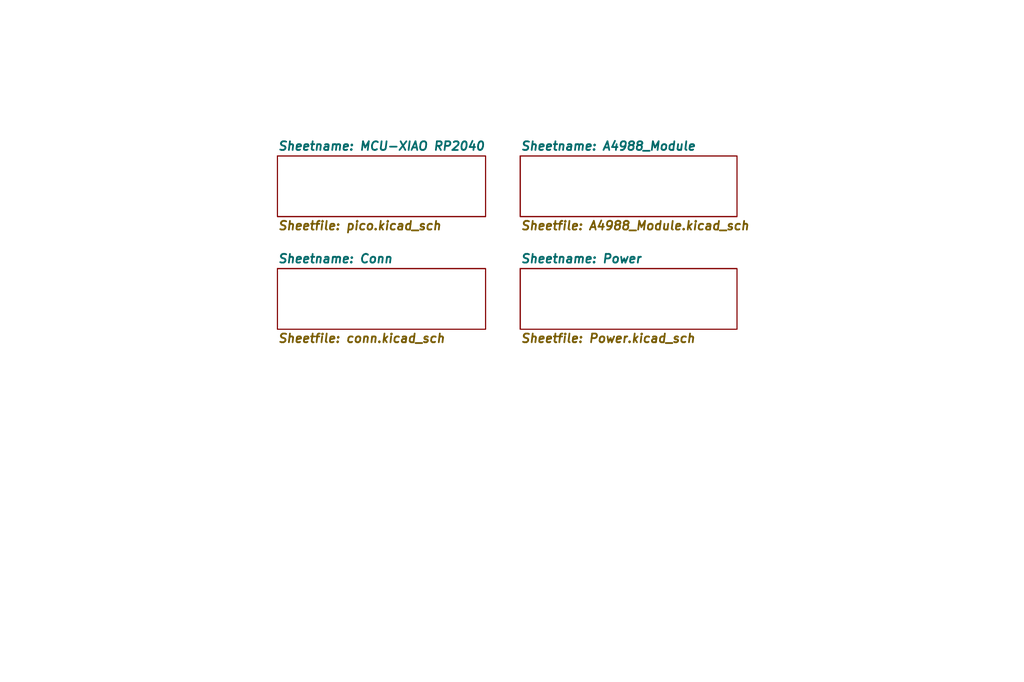
<source format=kicad_sch>
(kicad_sch (version 20230121) (generator eeschema)

  (uuid 67ad53b0-e724-4354-8add-ffbe056bca93)

  (paper "User" 150.012 99.9998)

  (title_block
    (date "2023-07-08")
  )

  (lib_symbols
  )


  (sheet (at 76.2 39.37) (size 31.75 8.89) (fields_autoplaced)
    (stroke (width 0.1524) (type solid))
    (fill (color 0 0 0 0.0000))
    (uuid 03c1781e-297b-49e1-8cb8-7d532072eddb)
    (property "Sheetname" "Power" (at 76.2 38.6584 0) (show_name)
      (effects (font (size 1.27 1.27) bold italic) (justify left bottom))
    )
    (property "Sheetfile" "Power.kicad_sch" (at 76.2 48.8446 0) (show_name)
      (effects (font (size 1.27 1.27) bold italic) (justify left top))
    )
    (instances
      (project "StepperMotor_module_V2_XIAO_RP2040"
        (path "/67ad53b0-e724-4354-8add-ffbe056bca93" (page "5"))
      )
    )
  )

  (sheet (at 40.64 22.86) (size 30.48 8.89) (fields_autoplaced)
    (stroke (width 0.1524) (type solid))
    (fill (color 0 0 0 0.0000))
    (uuid 07c0a6ff-eef2-4578-b5db-f7e0ea607e3d)
    (property "Sheetname" "MCU-XIAO RP2040" (at 40.64 22.1484 0) (show_name)
      (effects (font (size 1.27 1.27) bold italic) (justify left bottom))
    )
    (property "Sheetfile" "pico.kicad_sch" (at 40.64 32.3346 0) (show_name)
      (effects (font (size 1.27 1.27) bold italic) (justify left top))
    )
    (instances
      (project "StepperMotor_module_V2_XIAO_RP2040"
        (path "/67ad53b0-e724-4354-8add-ffbe056bca93" (page "2"))
      )
    )
  )

  (sheet (at 40.64 39.37) (size 30.48 8.89) (fields_autoplaced)
    (stroke (width 0.1524) (type solid))
    (fill (color 0 0 0 0.0000))
    (uuid 9c4f98f1-bc47-4c4b-bbad-ba5566d013b5)
    (property "Sheetname" "Conn" (at 40.64 38.6584 0) (show_name)
      (effects (font (size 1.27 1.27) bold italic) (justify left bottom))
    )
    (property "Sheetfile" "conn.kicad_sch" (at 40.64 48.8446 0) (show_name)
      (effects (font (size 1.27 1.27) bold italic) (justify left top))
    )
    (instances
      (project "StepperMotor_module_V2_XIAO_RP2040"
        (path "/67ad53b0-e724-4354-8add-ffbe056bca93" (page "4"))
      )
    )
  )

  (sheet (at 76.2 22.86) (size 31.75 8.89) (fields_autoplaced)
    (stroke (width 0.1524) (type solid))
    (fill (color 0 0 0 0.0000))
    (uuid f879121b-b8b1-4c0a-8f21-a8ce38d582ad)
    (property "Sheetname" "A4988_Module" (at 76.2 22.1484 0) (show_name)
      (effects (font (size 1.27 1.27) bold italic) (justify left bottom))
    )
    (property "Sheetfile" "A4988_Module.kicad_sch" (at 76.2 32.3346 0) (show_name)
      (effects (font (size 1.27 1.27) bold italic) (justify left top))
    )
    (instances
      (project "StepperMotor_module_V2_XIAO_RP2040"
        (path "/67ad53b0-e724-4354-8add-ffbe056bca93" (page "3"))
      )
    )
  )

  (sheet_instances
    (path "/" (page "1"))
  )
)

</source>
